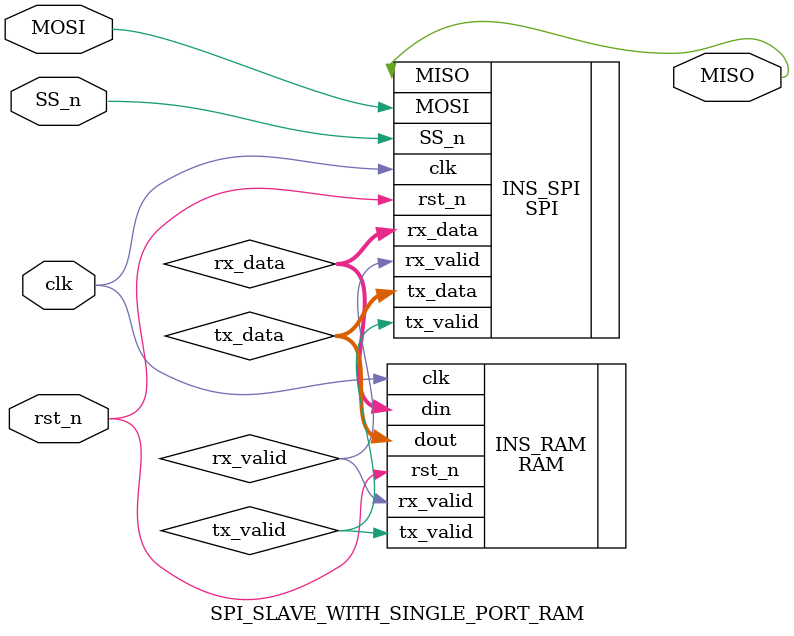
<source format=v>
module SPI_SLAVE_WITH_SINGLE_PORT_RAM( MOSI,SS_n,clk,rst_n,MISO);
input MOSI,SS_n,clk,rst_n;
output MISO;
parameter MEM_DEPTH=256;
parameter ADDR_SIZE=8; 
wire [9:0]rx_data;
wire rx_valid;
wire  tx_valid;
wire  [7:0]tx_data;
RAM #(.MEM_DEPTH(MEM_DEPTH),.ADDR_SIZE(ADDR_SIZE)) INS_RAM(.din(rx_data),.clk(clk),.rst_n(rst_n),.rx_valid(rx_valid),.dout(tx_data),.tx_valid(tx_valid));
SPI INS_SPI (.MOSI(MOSI),.SS_n(SS_n),.clk(clk),.rst_n(rst_n),.tx_valid(tx_valid),.tx_data(tx_data),.MISO(MISO),.rx_valid(rx_valid),.rx_data(rx_data));
endmodule
</source>
